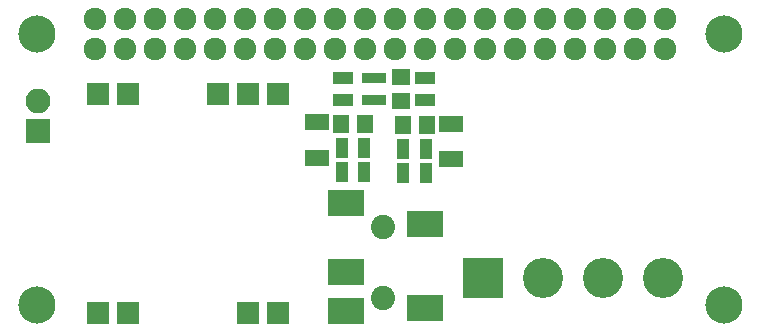
<source format=gts>
G04 #@! TF.FileFunction,Soldermask,Top*
%FSLAX46Y46*%
G04 Gerber Fmt 4.6, Leading zero omitted, Abs format (unit mm)*
G04 Created by KiCad (PCBNEW 4.0.7-e2-6376~58~ubuntu16.04.1) date Sun Dec 31 15:52:29 2017*
%MOMM*%
%LPD*%
G01*
G04 APERTURE LIST*
%ADD10C,0.100000*%
%ADD11C,3.400000*%
%ADD12R,3.400000X3.400000*%
%ADD13R,3.150000X2.200000*%
%ADD14C,2.050000*%
%ADD15C,1.924000*%
%ADD16C,3.150000*%
%ADD17R,1.650000X1.400000*%
%ADD18R,1.400000X1.650000*%
%ADD19R,2.000000X1.400000*%
%ADD20R,2.100000X2.100000*%
%ADD21O,2.100000X2.100000*%
%ADD22R,1.700000X1.100000*%
%ADD23R,1.100000X1.700000*%
%ADD24R,0.800000X0.900000*%
%ADD25R,1.924000X1.924000*%
G04 APERTURE END LIST*
D10*
D11*
X196875400Y-131191000D03*
X201955400Y-131191000D03*
D12*
X191795400Y-131191000D03*
D11*
X207035400Y-131191000D03*
D13*
X180213000Y-133940000D03*
X180213000Y-130640000D03*
X180213000Y-124790000D03*
X186963000Y-133690000D03*
X186963000Y-126590000D03*
D14*
X183388000Y-132890000D03*
X183388000Y-126890000D03*
D15*
X159004000Y-111760000D03*
X159004000Y-109220000D03*
X161544000Y-111760000D03*
X161544000Y-109220000D03*
X164084000Y-111760000D03*
X164084000Y-109220000D03*
X166624000Y-111760000D03*
X166624000Y-109220000D03*
X169164000Y-111760000D03*
X169164000Y-109220000D03*
X171704000Y-111760000D03*
X171704000Y-109220000D03*
X174244000Y-111760000D03*
X174244000Y-109220000D03*
X176784000Y-111760000D03*
X176784000Y-109220000D03*
X179324000Y-111760000D03*
X179324000Y-109220000D03*
X181864000Y-111760000D03*
X181864000Y-109220000D03*
X184404000Y-111760000D03*
X184404000Y-109220000D03*
X186944000Y-111760000D03*
X186944000Y-109220000D03*
X189484000Y-111760000D03*
X189484000Y-109220000D03*
X192024000Y-111760000D03*
X192024000Y-109220000D03*
X194564000Y-111760000D03*
X194564000Y-109220000D03*
X197104000Y-111760000D03*
X197104000Y-109220000D03*
X199644000Y-111760000D03*
X199644000Y-109220000D03*
X202184000Y-111760000D03*
X202184000Y-109220000D03*
X204724000Y-111760000D03*
X204724000Y-109220000D03*
X207264000Y-111760000D03*
X207264000Y-109220000D03*
D16*
X154051000Y-110490000D03*
X212217000Y-110490000D03*
X154051000Y-133477000D03*
X212217000Y-133477000D03*
D17*
X184912000Y-116189000D03*
X184912000Y-114189000D03*
D18*
X187055000Y-118237000D03*
X185055000Y-118237000D03*
X179848000Y-118110000D03*
X181848000Y-118110000D03*
D19*
X177800000Y-121007000D03*
X177800000Y-118007000D03*
X189103000Y-118134000D03*
X189103000Y-121134000D03*
D20*
X154178000Y-118745000D03*
D21*
X154178000Y-116205000D03*
D22*
X186944000Y-116139000D03*
X186944000Y-114239000D03*
X179959000Y-116139000D03*
X179959000Y-114239000D03*
D23*
X187005000Y-122301000D03*
X185105000Y-122301000D03*
X179898000Y-122174000D03*
X181798000Y-122174000D03*
X187005000Y-120269000D03*
X185105000Y-120269000D03*
X179898000Y-120142000D03*
X181798000Y-120142000D03*
D24*
X183261000Y-114236500D03*
X182613300Y-114236500D03*
X181965600Y-114236500D03*
X181965600Y-116141500D03*
X182613300Y-116141500D03*
X183261000Y-116141500D03*
D25*
X174498000Y-134112000D03*
X171958000Y-134112000D03*
X161798000Y-134112000D03*
X159258000Y-134112000D03*
X174498000Y-115570000D03*
X171958000Y-115570000D03*
X169418000Y-115570000D03*
X161798000Y-115570000D03*
X159258000Y-115570000D03*
M02*

</source>
